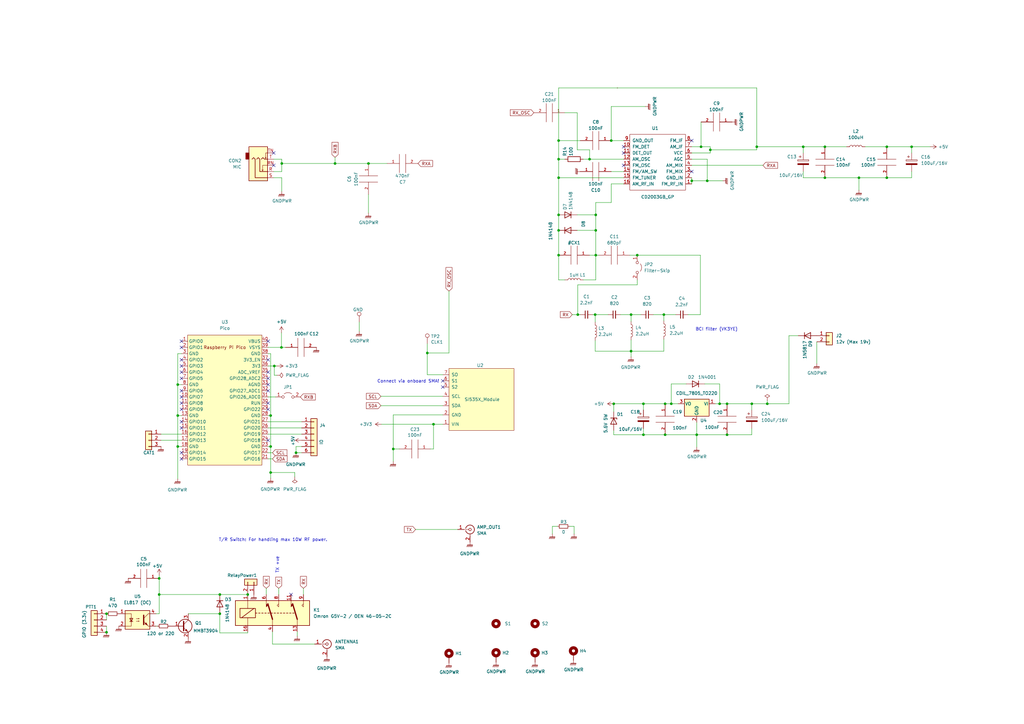
<source format=kicad_sch>
(kicad_sch (version 20211123) (generator eeschema)
  (paper "A3")
  (title_block (title "PDX RX Block - Pi Pico based DIGITAL MODES HF Transceiver") (date "2022-04-20") (rev "v0.01") (company "WB2CBA, VU3CER"))
  (junction (at 272.796 165.608))
  (junction (at 285.75 178.308))
  (junction (at 175.26 144.78))
  (junction (at 110.998 193.802))
  (junction (at 241.808 65.278))
  (junction (at 290.068 74.168))
  (junction (at 308.356 165.608))
  (junction (at 137.414 67.056))
  (junction (at 244.348 104.648))
  (junction (at 261.366 104.648))
  (junction (at 250.698 57.658))
  (junction (at 101.6 243.84))
  (junction (at 244.348 94.488))
  (junction (at 298.196 178.308))
  (junction (at 244.094 129.032))
  (junction (at 72.898 157.734))
  (junction (at 310.388 60.198))
  (junction (at 258.826 144.018))
  (junction (at 275.336 165.608))
  (junction (at 65.278 243.84))
  (junction (at 236.982 129.032))
  (junction (at 229.108 88.138))
  (junction (at 291.338 61.468))
  (junction (at 151.13 67.056))
  (junction (at 258.826 129.032))
  (junction (at 329.438 60.198))
  (junction (at 272.796 178.308))
  (junction (at 229.108 57.658))
  (junction (at 121.412 185.674))
  (junction (at 287.528 60.198))
  (junction (at 90.17 243.84))
  (junction (at 115.443 142.494))
  (junction (at 90.17 251.714))
  (junction (at 112.522 150.114))
  (junction (at 363.728 72.898))
  (junction (at 72.898 183.134))
  (junction (at 229.108 65.278))
  (junction (at 363.728 60.198))
  (junction (at 314.706 165.608))
  (junction (at 244.348 88.138))
  (junction (at 110.998 170.434))
  (junction (at 110.998 183.134))
  (junction (at 229.108 104.648))
  (junction (at 338.328 72.898))
  (junction (at 352.298 72.898))
  (junction (at 43.688 251.714))
  (junction (at 295.148 165.608))
  (junction (at 338.328 60.198))
  (junction (at 177.8 173.99))
  (junction (at 65.278 237.236))
  (junction (at 161.29 184.15))
  (junction (at 263.906 165.608))
  (junction (at 298.196 165.608))
  (junction (at 283.718 74.168))
  (junction (at 263.906 178.308))
  (junction (at 43.688 259.334))
  (junction (at 272.288 129.032))
  (junction (at 72.898 170.434))
  (junction (at 251.714 165.608))
  (junction (at 373.888 60.198))
  (junction (at 115.57 67.056))
  (junction (at 229.108 94.488))
  (junction (at 229.108 72.898))
  (no_connect (at 74.422 172.974))
  (no_connect (at 74.422 175.514))
  (no_connect (at 74.422 152.654))
  (no_connect (at 74.422 155.194))
  (no_connect (at 74.422 150.114))
  (no_connect (at 74.422 147.574))
  (no_connect (at 74.422 160.274))
  (no_connect (at 74.422 162.814))
  (no_connect (at 74.422 167.894))
  (no_connect (at 74.422 165.354))
  (no_connect (at 74.422 142.494))
  (no_connect (at 74.422 139.954))
  (no_connect (at 109.982 165.354))
  (no_connect (at 109.982 160.274))
  (no_connect (at 109.982 152.654))
  (no_connect (at 109.982 155.194))
  (no_connect (at 109.982 157.734))
  (no_connect (at 109.982 147.574))
  (no_connect (at 181.61 156.21))
  (no_connect (at 74.422 188.214))
  (no_connect (at 119.38 243.84))
  (no_connect (at 74.422 185.674))
  (no_connect (at 112.268 62.738))
  (no_connect (at 112.268 67.818))
  (no_connect (at 283.718 70.358))
  (no_connect (at 283.718 57.658))
  (no_connect (at 255.778 62.738))
  (no_connect (at 255.778 60.198))
  (no_connect (at 255.778 67.818))
  (no_connect (at 181.61 158.75))
  (no_connect (at 109.982 139.954))
  (no_connect (at 109.982 180.594))
  (no_connect (at 109.982 167.894))
  (wire (pts (xy 110.998 145.034) (xy 110.998 170.434)))
  (wire (pts (xy 111.76 264.16) (xy 129.032 264.16)))
  (wire (pts (xy 261.366 104.648) (xy 287.274 104.648)))
  (wire (pts (xy 43.688 251.714) (xy 43.688 254.254)))
  (wire (pts (xy 338.328 72.898) (xy 329.438 72.898)))
  (wire (pts (xy 72.898 157.734) (xy 72.898 170.434)))
  (wire (pts (xy 251.714 165.608) (xy 263.906 165.608)))
  (wire (pts (xy 112.268 65.278) (xy 115.57 65.278)))
  (wire (pts (xy 74.422 170.434) (xy 72.898 170.434)))
  (wire (pts (xy 282.194 129.032) (xy 287.274 129.032)))
  (wire (pts (xy 124.46 241.3) (xy 124.46 243.84)))
  (wire (pts (xy 310.388 60.198) (xy 310.388 61.468)))
  (wire (pts (xy 110.998 170.434) (xy 110.998 183.134)))
  (wire (pts (xy 229.108 104.648) (xy 229.108 94.488)))
  (wire (pts (xy 115.443 136.525) (xy 115.443 142.494)))
  (wire (pts (xy 109.982 183.134) (xy 110.998 183.134)))
  (wire (pts (xy 121.412 185.674) (xy 123.698 185.674)))
  (wire (pts (xy 289.052 157.48) (xy 295.148 157.48)))
  (wire (pts (xy 254.508 129.032) (xy 258.826 129.032)))
  (wire (pts (xy 250.698 83.058) (xy 250.698 75.438)))
  (wire (pts (xy 156.21 162.56) (xy 181.61 162.56)))
  (wire (pts (xy 115.57 72.898) (xy 115.57 78.486)))
  (wire (pts (xy 373.888 72.898) (xy 363.728 72.898)))
  (wire (pts (xy 310.388 61.468) (xy 291.338 61.468)))
  (wire (pts (xy 272.796 178.308) (xy 263.906 178.308)))
  (wire (pts (xy 363.728 60.198) (xy 354.838 60.198)))
  (wire (pts (xy 291.338 60.198) (xy 291.338 61.468)))
  (wire (pts (xy 373.888 60.198) (xy 373.888 62.738)))
  (wire (pts (xy 66.04 178.054) (xy 74.422 178.054)))
  (wire (pts (xy 121.412 183.134) (xy 123.698 183.134)))
  (wire (pts (xy 175.26 144.78) (xy 184.15 144.78)))
  (wire (pts (xy 314.706 164.338) (xy 314.706 165.608)))
  (wire (pts (xy 275.336 165.608) (xy 275.336 157.48)))
  (wire (pts (xy 65.278 235.966) (xy 65.278 237.236)))
  (wire (pts (xy 64.008 251.714) (xy 65.278 251.714)))
  (wire (pts (xy 231.648 114.808) (xy 229.108 114.808)))
  (wire (pts (xy 323.596 137.668) (xy 323.596 165.608)))
  (wire (pts (xy 244.094 139.7) (xy 244.094 144.018)))
  (wire (pts (xy 109.982 175.514) (xy 123.698 175.514)))
  (wire (pts (xy 234.696 129.032) (xy 236.982 129.032)))
  (wire (pts (xy 285.75 178.308) (xy 298.196 178.308)))
  (wire (pts (xy 170.434 217.17) (xy 187.706 217.17)))
  (wire (pts (xy 244.348 104.648) (xy 245.618 104.648)))
  (wire (pts (xy 314.706 165.608) (xy 323.596 165.608)))
  (wire (pts (xy 261.366 116.84) (xy 261.366 114.808)))
  (wire (pts (xy 65.278 243.84) (xy 90.17 243.84)))
  (wire (pts (xy 290.068 65.278) (xy 290.068 74.168)))
  (wire (pts (xy 250.698 43.688) (xy 264.668 43.688)))
  (wire (pts (xy 283.718 62.738) (xy 291.338 62.738)))
  (wire (pts (xy 110.998 183.134) (xy 110.998 193.802)))
  (wire (pts (xy 244.094 132.08) (xy 244.094 129.032)))
  (wire (pts (xy 347.218 60.198) (xy 338.328 60.198)))
  (wire (pts (xy 250.698 70.358) (xy 255.778 70.358)))
  (wire (pts (xy 244.348 94.488) (xy 244.348 88.138)))
  (wire (pts (xy 72.898 170.434) (xy 72.898 183.134)))
  (wire (pts (xy 287.274 104.648) (xy 287.274 129.032)))
  (wire (pts (xy 90.17 251.714) (xy 90.17 251.46)))
  (wire (pts (xy 175.26 144.78) (xy 175.26 153.67)))
  (wire (pts (xy 283.718 60.198) (xy 287.528 60.198)))
  (wire (pts (xy 263.906 165.608) (xy 272.796 165.608)))
  (wire (pts (xy 308.356 175.768) (xy 308.356 178.308)))
  (wire (pts (xy 285.75 183.388) (xy 285.75 178.308)))
  (wire (pts (xy 275.336 157.48) (xy 281.432 157.48)))
  (wire (pts (xy 285.75 178.308) (xy 272.796 178.308)))
  (wire (pts (xy 298.196 165.608) (xy 308.356 165.608)))
  (wire (pts (xy 147.32 132.08) (xy 147.32 135.89)))
  (wire (pts (xy 175.26 140.97) (xy 175.26 144.78)))
  (wire (pts (xy 65.278 237.236) (xy 65.278 243.84)))
  (wire (pts (xy 285.75 173.228) (xy 285.75 178.308)))
  (wire (pts (xy 72.898 183.134) (xy 72.898 196.342)))
  (wire (pts (xy 308.356 165.608) (xy 314.706 165.608)))
  (wire (pts (xy 43.688 256.794) (xy 43.688 259.334)))
  (wire (pts (xy 101.6 259.08) (xy 101.6 259.588)))
  (wire (pts (xy 64.008 256.794) (xy 64.516 256.794)))
  (wire (pts (xy 329.438 60.198) (xy 329.438 62.738)))
  (wire (pts (xy 236.982 116.84) (xy 261.366 116.84)))
  (wire (pts (xy 151.13 79.756) (xy 151.13 87.376)))
  (wire (pts (xy 137.414 64.516) (xy 137.414 67.056)))
  (wire (pts (xy 161.29 170.18) (xy 161.29 184.15)))
  (wire (pts (xy 296.418 74.168) (xy 290.068 74.168)))
  (wire (pts (xy 272.288 129.032) (xy 272.288 131.572)))
  (wire (pts (xy 156.464 173.99) (xy 177.8 173.99)))
  (wire (pts (xy 275.336 165.608) (xy 278.13 165.608)))
  (wire (pts (xy 244.348 88.138) (xy 244.348 83.058)))
  (wire (pts (xy 236.728 94.488) (xy 244.348 94.488)))
  (wire (pts (xy 65.278 251.714) (xy 65.278 243.84)))
  (wire (pts (xy 241.808 104.648) (xy 244.348 104.648)))
  (wire (pts (xy 236.982 129.032) (xy 236.982 116.84)))
  (wire (pts (xy 250.698 57.658) (xy 250.698 43.688)))
  (wire (pts (xy 229.108 88.138) (xy 229.108 72.898)))
  (wire (pts (xy 251.714 168.91) (xy 251.714 165.608)))
  (wire (pts (xy 112.522 150.114) (xy 113.538 150.114)))
  (wire (pts (xy 109.982 170.434) (xy 110.998 170.434)))
  (wire (pts (xy 258.826 129.032) (xy 258.826 131.826)))
  (wire (pts (xy 236.728 46.228) (xy 236.728 61.468)))
  (wire (pts (xy 310.388 60.198) (xy 329.438 60.198)))
  (wire (pts (xy 114.3 241.3) (xy 114.3 243.84)))
  (wire (pts (xy 120.904 193.802) (xy 120.904 195.58)))
  (wire (pts (xy 121.412 183.134) (xy 121.412 185.674)))
  (wire (pts (xy 272.288 144.018) (xy 258.826 144.018)))
  (wire (pts (xy 90.17 259.588) (xy 101.6 259.588)))
  (wire (pts (xy 72.898 145.034) (xy 72.898 157.734)))
  (wire (pts (xy 258.826 129.032) (xy 262.89 129.032)))
  (wire (pts (xy 156.21 166.37) (xy 181.61 166.37)))
  (wire (pts (xy 109.982 172.974) (xy 123.698 172.974)))
  (wire (pts (xy 161.29 170.18) (xy 181.61 170.18)))
  (wire (pts (xy 231.648 46.228) (xy 236.728 46.228)))
  (wire (pts (xy 373.888 60.198) (xy 381.508 60.198)))
  (wire (pts (xy 231.648 65.278) (xy 229.108 65.278)))
  (wire (pts (xy 272.796 165.608) (xy 275.336 165.608)))
  (wire (pts (xy 72.898 183.134) (xy 74.422 183.134)))
  (wire (pts (xy 243.078 129.032) (xy 244.094 129.032)))
  (wire (pts (xy 258.318 104.648) (xy 261.366 104.648)))
  (wire (pts (xy 293.37 165.608) (xy 295.148 165.608)))
  (wire (pts (xy 77.216 251.714) (xy 90.17 251.714)))
  (wire (pts (xy 244.348 104.648) (xy 244.348 114.808)))
  (wire (pts (xy 137.414 67.056) (xy 151.13 67.056)))
  (wire (pts (xy 244.348 83.058) (xy 250.698 83.058)))
  (wire (pts (xy 283.718 67.818) (xy 312.928 67.818)))
  (wire (pts (xy 111.76 259.08) (xy 111.76 264.16)))
  (wire (pts (xy 329.438 72.898) (xy 329.438 70.358)))
  (wire (pts (xy 72.898 145.034) (xy 74.422 145.034)))
  (wire (pts (xy 272.288 139.192) (xy 272.288 144.018)))
  (wire (pts (xy 244.094 129.032) (xy 249.428 129.032)))
  (wire (pts (xy 291.338 61.468) (xy 291.338 62.738)))
  (wire (pts (xy 272.288 129.032) (xy 277.114 129.032)))
  (wire (pts (xy 110.998 193.802) (xy 110.998 196.088)))
  (wire (pts (xy 151.13 67.056) (xy 158.75 67.056)))
  (wire (pts (xy 112.268 70.358) (xy 115.57 70.358)))
  (wire (pts (xy 251.714 178.308) (xy 263.906 178.308)))
  (wire (pts (xy 181.61 153.67) (xy 175.26 153.67)))
  (wire (pts (xy 236.728 61.468) (xy 241.808 61.468)))
  (wire (pts (xy 90.17 243.84) (xy 101.6 243.84)))
  (wire (pts (xy 229.108 72.898) (xy 255.778 72.898)))
  (wire (pts (xy 109.22 241.3) (xy 109.22 243.84)))
  (wire (pts (xy 295.148 157.48) (xy 295.148 165.608)))
  (wire (pts (xy 112.268 72.898) (xy 115.57 72.898)))
  (wire (pts (xy 109.982 188.214) (xy 111.76 188.214)))
  (wire (pts (xy 109.982 150.114) (xy 112.522 150.114)))
  (wire (pts (xy 263.906 178.308) (xy 263.906 175.768)))
  (wire (pts (xy 74.422 157.734) (xy 72.898 157.734)))
  (wire (pts (xy 244.348 104.648) (xy 244.348 94.488)))
  (wire (pts (xy 239.268 114.808) (xy 244.348 114.808)))
  (wire (pts (xy 110.998 193.802) (xy 120.904 193.802)))
  (wire (pts (xy 295.148 165.608) (xy 298.196 165.608)))
  (wire (pts (xy 283.718 75.438) (xy 283.718 74.168)))
  (wire (pts (xy 229.108 36.068) (xy 310.388 36.068)))
  (wire (pts (xy 250.698 75.438) (xy 255.778 75.438)))
  (wire (pts (xy 373.888 70.358) (xy 373.888 72.898)))
  (wire (pts (xy 226.568 215.9) (xy 228.6 215.9)))
  (wire (pts (xy 283.718 65.278) (xy 290.068 65.278)))
  (wire (pts (xy 233.68 215.9) (xy 235.458 215.9)))
  (wire (pts (xy 363.728 60.198) (xy 373.888 60.198)))
  (wire (pts (xy 115.57 65.278) (xy 115.57 67.056)))
  (wire (pts (xy 177.8 173.99) (xy 181.61 173.99)))
  (wire (pts (xy 235.458 215.9) (xy 235.458 218.948)))
  (wire (pts (xy 236.728 88.138) (xy 244.348 88.138)))
  (wire (pts (xy 267.97 129.032) (xy 272.288 129.032)))
  (wire (pts (xy 229.108 57.658) (xy 229.108 36.068)))
  (wire (pts (xy 121.92 259.08) (xy 121.92 260.858)))
  (wire (pts (xy 258.826 144.018) (xy 258.826 139.446)))
  (wire (pts (xy 229.108 57.658) (xy 237.998 57.658)))
  (wire (pts (xy 308.356 178.308) (xy 298.196 178.308)))
  (wire (pts (xy 283.718 74.168) (xy 283.718 72.898)))
  (wire (pts (xy 176.53 184.15) (xy 177.8 184.15)))
  (wire (pts (xy 109.982 178.054) (xy 123.698 178.054)))
  (wire (pts (xy 229.108 94.488) (xy 229.108 88.138)))
  (wire (pts (xy 363.728 72.898) (xy 352.298 72.898)))
  (wire (pts (xy 239.268 65.278) (xy 241.808 65.278)))
  (wire (pts (xy 308.356 168.148) (xy 308.356 165.608)))
  (wire (pts (xy 163.83 184.15) (xy 161.29 184.15)))
  (wire (pts (xy 241.808 65.278) (xy 255.778 65.278)))
  (wire (pts (xy 161.29 184.15) (xy 161.29 189.23)))
  (wire (pts (xy 323.596 137.668) (xy 327.406 137.668)))
  (wire (pts (xy 112.522 150.114) (xy 112.522 153.924)))
  (wire (pts (xy 229.108 104.648) (xy 229.108 114.808)))
  (wire (pts (xy 352.298 72.898) (xy 338.328 72.898)))
  (wire (pts (xy 258.826 144.018) (xy 258.826 146.304)))
  (wire (pts (xy 229.108 65.278) (xy 229.108 57.658)))
  (wire (pts (xy 90.17 251.714) (xy 90.17 259.588)))
  (wire (pts (xy 66.04 180.594) (xy 74.422 180.594)))
  (wire (pts (xy 241.808 61.468) (xy 241.808 65.278)))
  (wire (pts (xy 226.568 218.948) (xy 226.568 215.9)))
  (wire (pts (xy 290.068 74.168) (xy 283.718 74.168)))
  (wire (pts (xy 109.982 145.034) (xy 110.998 145.034)))
  (wire (pts (xy 115.443 142.494) (xy 117.094 142.494)))
  (wire (pts (xy 177.8 184.15) (xy 177.8 173.99)))
  (wire (pts (xy 263.906 168.148) (xy 263.906 165.608)))
  (wire (pts (xy 329.438 60.198) (xy 338.328 60.198)))
  (wire (pts (xy 244.094 144.018) (xy 258.826 144.018)))
  (wire (pts (xy 184.15 144.78) (xy 184.15 119.38)))
  (wire (pts (xy 250.698 57.658) (xy 255.778 57.658)))
  (wire (pts (xy 115.57 67.056) (xy 115.57 70.358)))
  (wire (pts (xy 112.522 153.924) (xy 113.538 153.924)))
  (wire (pts (xy 251.714 176.53) (xy 251.714 178.308)))
  (wire (pts (xy 287.528 50.038) (xy 287.528 60.198)))
  (wire (pts (xy 335.026 140.208) (xy 335.026 149.098)))
  (wire (pts (xy 236.982 129.032) (xy 237.998 129.032)))
  (wire (pts (xy 310.388 36.068) (xy 310.388 60.198)))
  (wire (pts (xy 109.982 162.814) (xy 113.03 162.814)))
  (wire (pts (xy 291.338 60.198) (xy 287.528 60.198)))
  (wire (pts (xy 229.108 72.898) (xy 229.108 65.278)))
  (wire (pts (xy 352.298 77.978) (xy 352.298 72.898)))
  (wire (pts (xy 109.982 185.674) (xy 111.76 185.674)))
  (wire (pts (xy 115.57 67.056) (xy 137.414 67.056)))
  (wire (pts (xy 109.982 142.494) (xy 115.443 142.494)))
  (text "Connect via onboard SMA!" (at 154.686 157.226 0) (effects (font (size 1.27 1.27)) (justify left bottom)))
  (text "BCI filter (VK3YE)" (at 285.242 135.89 0) (effects (font (size 1.27 1.27)) (justify left bottom)))
  (text "T/R Switch: For handling max 10W RF power." (at 89.662 222.25 0) (effects (font (size 1.27 1.27)) (justify left bottom)))
  (text "TX +ve" (at 114.554 235.204 90) (effects (font (size 1.27 1.27)) (justify left bottom)))
  (global_label "TX" (shape input) (at 114.3 241.3 90) (property "Intersheet References" "${INTERSHEET_REFS}" (effects hide)))
  (global_label "SCL" (shape input) (at 156.21 162.56 180) (property "Intersheet References" "${INTERSHEET_REFS}" (effects hide)))
  (global_label "RXB" (shape input) (at 137.414 64.516 90) (property "Intersheet References" "${INTERSHEET_REFS}" (effects hide)))
  (global_label "RX" (shape input) (at 109.22 241.3 90) (property "Intersheet References" "${INTERSHEET_REFS}" (effects hide)))
  (global_label "RXA" (shape input) (at 312.928 67.818 0) (property "Intersheet References" "${INTERSHEET_REFS}" (effects hide)))
  (global_label "RX" (shape input) (at 124.46 241.3 90) (property "Intersheet References" "${INTERSHEET_REFS}" (effects hide)))
  (global_label "RX_OSC" (shape input) (at 184.15 119.38 90) (property "Intersheet References" "${INTERSHEET_REFS}" (effects hide)))
  (global_label "RX" (shape input) (at 234.696 129.032 180) (property "Intersheet References" "${INTERSHEET_REFS}" (effects hide)))
  (global_label "RX_OSC" (shape input) (at 218.948 46.228 180) (property "Intersheet References" "${INTERSHEET_REFS}" (effects hide)))
  (global_label "SDA" (shape input) (at 111.76 188.214 0) (property "Intersheet References" "${INTERSHEET_REFS}" (effects hide)))
  (global_label "RXA" (shape input) (at 171.45 67.056 0) (property "Intersheet References" "${INTERSHEET_REFS}" (effects hide)))
  (global_label "SCL" (shape input) (at 111.76 185.674 0) (property "Intersheet References" "${INTERSHEET_REFS}" (effects hide)))
  (global_label "RXB" (shape input) (at 123.19 162.814 0) (property "Intersheet References" "${INTERSHEET_REFS}" (effects hide)))
  (global_label "TX" (shape input) (at 170.434 217.17 180) (property "Intersheet References" "${INTERSHEET_REFS}" (effects hide)))
  (global_label "SDA" (shape input) (at 156.21 166.37 180) (property "Intersheet References" "${INTERSHEET_REFS}" (effects hide)))
  (symbol (lib_id "ADX-rescue:SI535X_Module-VFO-ESP-WSPR-PCB-TTL-PA_FINAL-rescue-DIGI_UNO_TX-rescue-DTX-rescue") (at 196.85 163.83 0) (unit 1)
    (property "Reference" "U2" (at 195.58 149.86 0) (effects (justify left)))
    (property "Value" "SI535X_Module" (at 190.5 163.83 0) (effects (justify left)))
    (property "Footprint" "Connector_PinSocket_2.54mm:PinSocket_1x07_P2.54mm_Vertical" (effects hide))
  )
  (symbol (lib_id "power:GNDPWR") (at 161.29 189.23 0) (unit 1)
    (property "Reference" "#PWR0108" (effects hide))
    (property "Value" "GNDPWR" (effects hide))
  )
  (symbol (lib_id "pspice:CAP") (at 170.18 184.15 270) (unit 1)
    (property "Reference" "C23" (at 170.18 176.149 90))
    (property "Value" "100nF" (at 170.18 178.4604 90))
    (property "Footprint" "Capacitor_SMD:C_1206_3216Metric_Pad1.33x1.80mm_HandSolder" (effects hide))
  )
  (symbol (lib_id "Connector:TestPoint") (at 175.26 140.97 0) (unit 1)
    (property "Reference" "TP2" (at 176.7332 137.9728 0) (effects (justify left)))
    (property "Value" "CLK1" (at 176.7332 140.2842 0) (effects (justify left)))
    (property "Footprint" "Connector_PinHeader_2.54mm:PinHeader_1x01_P2.54mm_Vertical" (effects hide))
  )
  (symbol (lib_id "Device:D") (at 331.216 137.668 0) (unit 1)
    (property "Reference" "D9" (at 332.3844 139.6746 90) (effects (justify right)))
    (property "Value" "1N5817" (at 330.073 139.6746 90) (effects (justify right)))
    (property "Footprint" "Diode_THT:D_A-405_P2.54mm_Vertical_KathodeUp" (effects hide))
  )
  (symbol (lib_id "Mechanical:MountingHole_Pad") (at 184.15 269.24 0) (unit 1)
    (property "Reference" "H1" (at 186.69 267.9954 0) (effects (justify left)))
    (property "Value" "MountingHole_Pad" (effects hide))
    (property "Footprint" "MountingHole:MountingHole_3.2mm_M3_ISO7380_Pad" (effects hide))
  )
  (symbol (lib_id "Mechanical:MountingHole_Pad") (at 203.454 268.986 0) (unit 1)
    (property "Reference" "H2" (at 205.994 267.7414 0) (effects (justify left)))
    (property "Value" "MountingHole_Pad" (effects hide))
    (property "Footprint" "MountingHole:MountingHole_3.2mm_M3_ISO7380_Pad" (effects hide))
  )
  (symbol (lib_id "Mechanical:MountingHole_Pad") (at 219.456 268.986 0) (unit 1)
    (property "Reference" "H3" (at 221.996 267.7414 0) (effects (justify left)))
    (property "Value" "MountingHole_Pad" (effects hide))
    (property "Footprint" "MountingHole:MountingHole_3.2mm_M3_ISO7380_Pad" (effects hide))
  )
  (symbol (lib_id "Mechanical:MountingHole_Pad") (at 235.204 268.224 0) (unit 1)
    (property "Reference" "H4" (at 237.744 266.9794 0) (effects (justify left)))
    (property "Value" "MountingHole_Pad" (effects hide))
    (property "Footprint" "MountingHole:MountingHole_3.2mm_M3_ISO7380_Pad" (effects hide))
  )
  (symbol (lib_id "power:GNDPWR") (at 184.15 271.78 0) (unit 1)
    (property "Reference" "#PWR0133" (effects hide))
    (property "Value" "GNDPWR" (at 184.2516 275.6916 0))
  )
  (symbol (lib_id "power:GNDPWR") (at 203.454 271.526 0) (unit 1)
    (property "Reference" "#PWR0141" (effects hide))
    (property "Value" "GNDPWR" (at 203.5556 275.4376 0))
  )
  (symbol (lib_id "power:GNDPWR") (at 219.456 271.526 0) (unit 1)
    (property "Reference" "#PWR0142" (effects hide))
    (property "Value" "GNDPWR" (at 219.5576 275.4376 0))
  )
  (symbol (lib_id "power:GNDPWR") (at 235.204 270.764 0) (unit 1)
    (property "Reference" "#PWR0143" (effects hide))
    (property "Value" "GNDPWR" (at 235.3056 274.6756 0))
  )
  (symbol (lib_id "Connector:TestPoint") (at 147.32 132.08 0) (unit 1)
    (property "Reference" "TP7" (effects hide))
    (property "Value" "GND" (at 144.78 127 0) (effects (justify left)))
    (property "Footprint" "Connector_PinHeader_2.54mm:PinHeader_1x01_P2.54mm_Vertical" (effects hide))
  )
  (symbol (lib_id "power:GNDPWR") (at 147.32 135.89 0) (unit 1)
    (property "Reference" "#PWR0125" (effects hide))
    (property "Value" "GNDPWR" (at 147.4216 139.8016 0))
  )
  (symbol (lib_id "pspice:CAP") (at 298.196 171.958 0) (mirror y) (unit 1)
    (property "Reference" "C20" (at 296.418 169.164 0) (effects (justify left)))
    (property "Value" "100nF" (at 295.148 175.26 0) (effects (justify left)))
    (property "Footprint" "Capacitor_SMD:C_1206_3216Metric_Pad1.33x1.80mm_HandSolder" (effects hide))
  )
  (symbol (lib_id "pspice:CAP") (at 272.796 171.958 0) (unit 1)
    (property "Reference" "C19" (at 275.844 168.91 0) (effects (justify left)))
    (property "Value" "100nF" (at 275.844 175.514 0) (effects (justify left)))
    (property "Footprint" "Capacitor_SMD:C_1206_3216Metric_Pad1.33x1.80mm_HandSolder" (effects hide))
  )
  (symbol (lib_id "power:GNDPWR") (at 285.75 183.388 0) (unit 1)
    (property "Reference" "#PWR0147" (effects hide))
    (property "Value" "GNDPWR" (at 285.8516 187.2996 0))
  )
  (symbol (lib_id "power:GNDPWR") (at 151.13 87.376 0) (unit 1)
    (property "Reference" "#PWR0127" (effects hide))
    (property "Value" "GNDPWR" (at 151.2316 91.2876 0))
  )
  (symbol (lib_id "pspice:CAP") (at 151.13 73.406 0) (unit 1)
    (property "Reference" "C6" (at 143.256 73.406 90))
    (property "Value" "100nF" (at 146.05 73.406 90))
    (property "Footprint" "Capacitor_SMD:C_1206_3216Metric_Pad1.33x1.80mm_HandSolder" (effects hide))
  )
  (symbol (lib_id "pspice:CAP") (at 165.1 67.056 90) (unit 1)
    (property "Reference" "C7" (at 165.1 74.676 90))
    (property "Value" "470nF" (at 165.1 72.136 90))
    (property "Footprint" "Capacitor_SMD:C_1206_3216Metric_Pad1.33x1.80mm_HandSolder" (effects hide))
  )
  (symbol (lib_id "power:GNDPWR") (at 296.418 74.168 90) (unit 1)
    (property "Reference" "#PWR0129" (effects hide))
    (property "Value" "GNDPWR" (at 300.3296 74.0664 0))
  )
  (symbol (lib_id "power:GNDPWR") (at 237.998 70.358 270) (unit 1)
    (property "Reference" "#PWR0131" (effects hide))
    (property "Value" "GNDPWR" (effects hide))
  )
  (symbol (lib_id "power:GNDPWR") (at 264.668 43.688 90) (unit 1)
    (property "Reference" "#PWR0132" (effects hide))
    (property "Value" "GNDPWR" (at 268.5796 43.5864 0))
  )
  (symbol (lib_id "pspice:CAP") (at 244.348 57.658 270) (unit 1)
    (property "Reference" "C8" (at 244.348 50.038 90))
    (property "Value" "100nF" (at 244.348 52.578 90))
    (property "Footprint" "Capacitor_SMD:C_1206_3216Metric_Pad1.33x1.80mm_HandSolder" (effects hide))
  )
  (symbol (lib_id "pspice:CAP") (at 363.728 66.548 0) (mirror y) (unit 1)
    (property "Reference" "C15" (at 359.2068 65.3796 0) (effects (justify left)))
    (property "Value" "100nF" (at 359.2068 67.691 0) (effects (justify left)))
    (property "Footprint" "Capacitor_SMD:C_1206_3216Metric_Pad1.33x1.80mm_HandSolder" (effects hide))
  )
  (symbol (lib_id "pspice:CAP") (at 338.328 66.548 0) (unit 1)
    (property "Reference" "C14" (at 342.8492 65.3796 0) (effects (justify left)))
    (property "Value" "100nF" (at 342.8492 67.691 0) (effects (justify left)))
    (property "Footprint" "Capacitor_SMD:C_1206_3216Metric_Pad1.33x1.80mm_HandSolder" (effects hide))
  )
  (symbol (lib_id "Device:R") (at 235.458 65.278 270) (unit 1)
    (property "Reference" "R14" (at 231.648 60.198 0) (effects (justify left)))
    (property "Value" "100" (at 234.188 60.198 0) (effects (justify left)))
    (property "Footprint" "Resistor_SMD:R_1206_3216Metric_Pad1.30x1.75mm_HandSolder" (effects hide))
  )
  (symbol (lib_id "pspice:CAP") (at 244.348 70.358 90) (unit 1)
    (property "Reference" "C10" (at 244.348 77.978 90))
    (property "Value" "100nF" (at 244.348 75.438 90))
    (property "Footprint" "Capacitor_SMD:C_1206_3216Metric_Pad1.33x1.80mm_HandSolder" (effects hide))
  )
  (symbol (lib_id "power:GNDPWR") (at 352.298 77.978 0) (unit 1)
    (property "Reference" "#PWR0130" (effects hide))
    (property "Value" "GNDPWR" (at 352.3996 81.8896 0))
  )
  (symbol (lib_id "pspice:CAP") (at 225.298 46.228 270) (unit 1)
    (property "Reference" "C21" (at 225.298 38.608 90))
    (property "Value" "100nF" (at 225.298 41.148 90))
    (property "Footprint" "Capacitor_SMD:C_1206_3216Metric_Pad1.33x1.80mm_HandSolder" (effects hide))
  )
  (symbol (lib_id "Device:D") (at 232.918 88.138 180) (unit 1)
    (property "Reference" "D7" (at 231.7496 86.1314 90) (effects (justify right)))
    (property "Value" "1N4148" (at 234.061 86.1314 90) (effects (justify right)))
    (property "Footprint" "Diode_THT:D_DO-35_SOD27_P2.54mm_Vertical_KathodeUp" (effects hide))
  )
  (symbol (lib_id "Device:D") (at 232.918 94.488 0) (unit 1)
    (property "Reference" "D8" (at 239.268 93.218 90) (effects (justify left)))
    (property "Value" "1N4148" (at 225.806 98.552 90) (effects (justify left)))
    (property "Footprint" "Diode_THT:D_DO-35_SOD27_P2.54mm_Vertical_KathodeUp" (effects hide))
  )
  (symbol (lib_id "pspice:CAP") (at 235.458 104.648 270) (unit 1)
    (property "Reference" "#CX1" (at 235.458 99.568 90))
    (property "Value" "  " (at 235.458 99.568 90))
    (property "Footprint" "Capacitor_THT:C_Disc_D3.0mm_W1.6mm_P2.50mm" (effects hide))
  )
  (symbol (lib_id "pspice:CAP") (at 251.968 104.648 270) (unit 1)
    (property "Reference" "C11" (at 251.968 97.028 90))
    (property "Value" "680pF" (at 251.968 99.568 90))
    (property "Footprint" "Capacitor_SMD:C_1206_3216Metric_Pad1.33x1.80mm_HandSolder" (effects hide))
  )
  (symbol (lib_id "pspice:CAP") (at 293.878 50.038 270) (unit 1)
    (property "Reference" "C9" (at 293.878 42.418 90))
    (property "Value" "100nF" (at 293.878 44.958 90))
    (property "Footprint" "Capacitor_SMD:C_1206_3216Metric_Pad1.33x1.80mm_HandSolder" (effects hide))
  )
  (symbol (lib_id "power:GNDPWR") (at 300.228 50.038 90) (unit 1)
    (property "Reference" "#PWR0134" (effects hide))
    (property "Value" "GNDPWR" (at 304.1396 49.9364 0))
  )
  (symbol (lib_id "power:GNDPWR") (at 335.026 149.098 0) (unit 1)
    (property "Reference" "#PWR0145" (effects hide))
    (property "Value" "GNDPWR" (at 335.1276 153.0096 0))
  )
  (symbol (lib_id "power:GNDPWR") (at 115.57 78.486 0) (unit 1)
    (property "Reference" "#PWR0128" (effects hide))
    (property "Value" "GNDPWR" (at 115.6716 82.3976 0))
  )
  (symbol (lib_id "power:PWR_FLAG") (at 120.904 195.58 180) (unit 1)
    (property "Reference" "#FLG02" (effects hide))
    (property "Value" "PWR_FLAG" (at 120.904 200.66 0))
  )
  (symbol (lib_id "Connector_Generic:Conn_01x02") (at 340.106 137.668 0) (unit 1)
    (property "Reference" "J2" (at 342.9 137.6679 0) (effects (justify left)))
    (property "Value" "12v (Max 19v)" (at 342.9 140.2079 0) (effects (justify left)))
    (property "Footprint" "Connector_PinHeader_2.54mm:PinHeader_1x02_P2.54mm_Vertical" (effects hide))
  )
  (symbol (lib_id "Diode:1N4148") (at 90.17 247.65 270) (unit 1)
    (property "Reference" "D3" (at 92.202 245.872 90) (effects (justify left)))
    (property "Value" "1N4148" (at 93.218 247.65 0) (effects (justify left)))
    (property "Footprint" "Diode_THT:D_DO-35_SOD27_P2.54mm_Vertical_KathodeUp" (effects hide))
    (property "Datasheet" "https://assets.nexperia.com/documents/data-sheet/1N4148_1N4448.pdf" (effects hide))
  )
  (symbol (lib_id "Connector:Conn_Coaxial") (at 134.112 264.16 0) (unit 1)
    (property "Reference" "ANTENNA1" (at 137.414 263.1831 0) (effects (justify left)))
    (property "Value" "SMA" (at 137.414 265.7231 0) (effects (justify left)))
    (property "Footprint" "Connector_Coaxial:SMA_Amphenol_901-144_Vertical" (effects hide))
    (property "Datasheet" " ~" (effects hide))
  )
  (symbol (lib_id "Device:C_Polarized") (at 308.356 171.958 0) (unit 1)
    (property "Reference" "C24" (at 312.166 169.7989 0) (effects (justify left)))
    (property "Value" "100uF/16V" (at 312.166 172.3389 0) (effects (justify left)))
    (property "Footprint" "Capacitor_THT:CP_Radial_D4.0mm_P2.00mm" (effects hide))
  )
  (symbol (lib_id "power:GNDPWR") (at 52.578 237.236 0) (unit 1)
    (property "Reference" "#PWR09" (effects hide))
    (property "Value" "GNDPWR" (effects hide))
  )
  (symbol (lib_id "Diode:1N4001") (at 285.242 157.48 180) (unit 1)
    (property "Reference" "D2" (at 283.464 154.686 0))
    (property "Value" "1N4001" (at 290.068 154.686 0))
    (property "Footprint" "Diode_SMD:D_SMA_Handsoldering" (effects hide))
    (property "Datasheet" "http://www.vishay.com/docs/88503/1n4001.pdf" (effects hide))
  )
  (symbol (lib_id "power:+5V") (at 115.443 136.525 0) (unit 1)
    (property "Reference" "#PWR04" (effects hide))
    (property "Value" "+5V" (at 115.443 131.953 0))
  )
  (symbol (lib_id "Device:C_Small") (at 251.968 129.032 90) (unit 1)
    (property "Reference" "C2" (at 251.9743 121.92 90))
    (property "Value" "820" (at 251.9743 124.46 90))
    (property "Footprint" "Capacitor_SMD:C_1206_3216Metric_Pad1.33x1.80mm_HandSolder" (effects hide))
  )
  (symbol (lib_id "power:PWR_FLAG") (at 314.706 164.338 0) (unit 1)
    (property "Reference" "#FLG01" (effects hide))
    (property "Value" "PWR_FLAG" (at 314.706 158.75 0))
  )
  (symbol (lib_id "power:GNDPWR") (at 121.412 185.674 0) (unit 1)
    (property "Reference" "#PWR0102" (effects hide))
    (property "Value" "GNDPWR" (at 121.285 190.5 0))
  )
  (symbol (lib_id "Connector_Generic:Conn_01x03") (at 60.96 180.594 0) (mirror y) (unit 1)
    (property "Reference" "CAT1" (at 63.5 185.674 0) (effects (justify left)))
    (property "Value" "CAT" (effects hide))
    (property "Footprint" "Connector_PinHeader_2.54mm:PinHeader_1x03_P2.54mm_Vertical" (effects hide))
  )
  (symbol (lib_id "Device:C_Polarized") (at 263.906 171.958 0) (unit 1)
    (property "Reference" "C18" (at 258.572 168.91 0) (effects (justify left)))
    (property "Value" "10uF/16V" (at 253.746 176.022 0) (effects (justify left)))
    (property "Footprint" "Capacitor_THT:CP_Radial_D4.0mm_P2.00mm" (effects hide))
  )
  (symbol (lib_id "power:+5V") (at 381.508 60.198 270) (unit 1)
    (property "Reference" "#PWR0104" (effects hide))
    (property "Value" "+5V" (at 384.81 60.1979 90) (effects (justify left)))
  )
  (symbol (lib_id "power:+5V") (at 251.714 165.608 90) (unit 1)
    (property "Reference" "#PWR05" (effects hide))
    (property "Value" "+5V" (at 247.65 165.6079 90) (effects (justify left)))
  )
  (symbol (lib_id "Device:L") (at 258.826 135.636 0) (unit 1)
    (property "Reference" "L4" (at 260.604 134.3659 0) (effects (justify left)))
    (property "Value" "2.2uH" (at 260.604 136.9059 0) (effects (justify left)))
    (property "Footprint" "Inductor_THT:L_Axial_L5.3mm_D2.2mm_P2.54mm_Vertical_Vishay_IM-1" (effects hide))
  )
  (symbol (lib_id "Connector_Generic:Conn_01x06") (at 128.778 178.054 0) (unit 1)
    (property "Reference" "J4" (at 131.064 174.498 0) (effects (justify left)))
    (property "Value" "IO" (at 131.826 182.372 90) (effects (justify left)))
    (property "Footprint" "Connector_PinHeader_2.54mm:PinHeader_1x06_P2.54mm_Vertical" (effects hide))
  )
  (symbol (lib_id "power:GNDPWR") (at 235.458 218.948 0) (unit 1)
    (property "Reference" "#PWR016" (effects hide))
    (property "Value" "GNDPWR" (effects hide))
  )
  (symbol (lib_id "power:GNDPWR") (at 66.04 183.134 0) (unit 1)
    (property "Reference" "#PWR0106" (effects hide))
    (property "Value" "GNDPWR" (effects hide))
  )
  (symbol (lib_id "pspice:CAP") (at 123.444 142.494 90) (unit 1)
    (property "Reference" "C12" (at 128.778 136.906 90))
    (property "Value" "100nF" (at 123.698 136.906 90))
    (property "Footprint" "Capacitor_SMD:C_1206_3216Metric_Pad1.33x1.80mm_HandSolder" (effects hide))
  )
  (symbol (lib_id "pspice:CAP") (at 58.928 237.236 270) (unit 1)
    (property "Reference" "C5" (at 58.928 229.235 90))
    (property "Value" "100nF" (at 58.928 231.5464 90))
    (property "Footprint" "Capacitor_SMD:C_1206_3216Metric_Pad1.33x1.80mm_HandSolder" (effects hide))
  )
  (symbol (lib_id "power:GNDPWR") (at 77.216 261.874 0) (unit 1)
    (property "Reference" "#PWR011" (effects hide))
    (property "Value" "GNDPWR" (effects hide))
  )
  (symbol (lib_id "power:GNDPWR") (at 226.568 218.948 0) (unit 1)
    (property "Reference" "#PWR015" (effects hide))
    (property "Value" "GNDPWR" (effects hide))
  )
  (symbol (lib_id "Device:L") (at 235.458 114.808 90) (unit 1)
    (property "Reference" "L1" (at 239.014 112.776 90))
    (property "Value" "1uH" (at 235.458 112.776 90))
    (property "Footprint" "Inductor_THT:L_Axial_L5.3mm_D2.2mm_P2.54mm_Vertical_Vishay_IM-1" (effects hide))
  )
  (symbol (lib_id "power:+3.3V") (at 113.538 150.114 270) (unit 1)
    (property "Reference" "#PWR03" (effects hide))
    (property "Value" "+3.3V" (at 116.84 150.1139 90) (effects (justify left)))
  )
  (symbol (lib_id "Device:R_Small") (at 231.14 215.9 90) (unit 1)
    (property "Reference" "R3" (at 231.14 214.122 90))
    (property "Value" "0" (at 231.14 218.186 90))
    (property "Footprint" "Resistor_SMD:R_1206_3216Metric_Pad1.30x1.75mm_HandSolder" (effects hide))
  )
  (symbol (lib_id "Connector_Generic:Conn_01x04") (at 38.608 254.254 0) (mirror y) (unit 1)
    (property "Reference" "PTT1" (at 37.338 248.92 0))
    (property "Value" "GPIO (3.3v)" (at 34.544 256.032 90))
    (property "Footprint" "Connector_PinHeader_2.54mm:PinHeader_1x04_P2.54mm_Vertical" (effects hide))
  )
  (symbol (lib_id "power:GNDPWR") (at 110.998 196.088 0) (unit 1)
    (property "Reference" "#PWR0103" (effects hide))
    (property "Value" "GNDPWR" (at 110.871 200.66 0))
  )
  (symbol (lib_id "power:GNDPWR") (at 72.898 196.342 0) (unit 1)
    (property "Reference" "#PWR0105" (effects hide))
    (property "Value" "GNDPWR" (at 72.771 200.914 0))
  )
  (symbol (lib_id "power:GNDPWR") (at 121.92 260.858 0) (unit 1)
    (property "Reference" "#PWR013" (effects hide))
    (property "Value" "GNDPWR" (effects hide))
  )
  (symbol (lib_id "power:GNDPWR") (at 104.14 243.84 0) (unit 1)
    (property "Reference" "#PWR012" (effects hide))
    (property "Value" "GNDPWR" (effects hide))
  )
  (symbol (lib_id "power:GNDPWR") (at 258.826 146.304 0) (unit 1)
    (property "Reference" "#PWR08" (effects hide))
    (property "Value" "GNDPWR" (at 258.699 150.622 0))
  )
  (symbol (lib_id "Device:L") (at 244.094 135.89 0) (unit 1)
    (property "Reference" "L3" (at 245.364 134.6199 0) (effects (justify left)))
    (property "Value" "2.2uH" (at 245.364 137.1599 0) (effects (justify left)))
    (property "Footprint" "Inductor_THT:L_Axial_L5.3mm_D2.2mm_P2.54mm_Vertical_Vishay_IM-1" (effects hide))
  )
  (symbol (lib_id "Mechanical:MountingHole") (at 219.456 255.778 0) (unit 1)
    (property "Reference" "S2" (at 222.25 255.7779 0) (effects (justify left)))
    (property "Value" "MountingHole" (effects hide))
    (property "Footprint" "MountingHole:MountingHole_2.7mm_M2.5" (effects hide))
  )
  (symbol (lib_id "Connector:Conn_Coaxial") (at 192.786 217.17 0) (unit 1)
    (property "Reference" "AMP_OUT1" (at 195.58 216.1931 0) (effects (justify left)))
    (property "Value" "SMA" (at 195.58 218.7331 0) (effects (justify left)))
    (property "Footprint" "Connector_Coaxial:SMA_Amphenol_901-144_Vertical" (effects hide))
    (property "Datasheet" " ~" (effects hide))
  )
  (symbol (lib_id "Device:L") (at 351.028 60.198 90) (unit 1)
    (property "Reference" "L2" (at 351.028 53.848 90))
    (property "Value" "100uH" (at 351.028 56.388 90))
    (property "Footprint" "Inductor_THT:L_Axial_L5.3mm_D2.2mm_P2.54mm_Vertical_Vishay_IM-1" (effects hide))
  )
  (symbol (lib_id "Device:C_Small") (at 279.654 129.032 90) (unit 1)
    (property "Reference" "C4" (at 279.6603 122.428 90))
    (property "Value" "2.2nF" (at 279.6603 124.968 90))
    (property "Footprint" "Capacitor_SMD:C_1206_3216Metric_Pad1.33x1.80mm_HandSolder" (effects hide))
  )
  (symbol (lib_id "Device:C_Polarized") (at 373.888 66.548 0) (unit 1)
    (property "Reference" "C16" (at 377.698 64.3889 0) (effects (justify left)))
    (property "Value" "100uF/16V" (at 377.698 66.9289 0) (effects (justify left)))
    (property "Footprint" "Capacitor_THT:CP_Radial_D4.0mm_P2.00mm" (effects hide))
  )
  (symbol (lib_id "power:GNDPWR") (at 192.786 222.25 0) (unit 1)
    (property "Reference" "#PWR0107" (effects hide))
    (property "Value" "GNDPWR" (at 192.659 227.076 0))
  )
  (symbol (lib_id "Transistor_BJT:MMBT3904") (at 74.676 256.794 0) (unit 1)
    (property "Reference" "Q1" (at 80.01 255.5239 0) (effects (justify left)))
    (property "Value" "MMBT3904" (at 79.248 258.699 0) (effects (justify left)))
    (property "Footprint" "Package_TO_SOT_SMD:SOT-23" (effects hide))
    (property "Datasheet" "https://www.onsemi.com/pub/Collateral/2N3903-D.PDF" (effects hide))
  )
  (symbol (lib_id "power:PWR_FLAG") (at 113.538 153.924 270) (unit 1)
    (property "Reference" "#FLG0101" (effects hide))
    (property "Value" "PWR_FLAG" (at 117.094 153.924 90) (effects (justify left)))
  )
  (symbol (lib_id "power:+3.3V") (at 156.464 173.99 90) (unit 1)
    (property "Reference" "#PWR01" (effects hide))
    (property "Value" "+3.3V" (at 152.654 173.9899 90) (effects (justify left)))
  )
  (symbol (lib_id "Device:R_Small") (at 67.056 256.794 90) (unit 1)
    (property "Reference" "R2" (at 67.056 255.016 90))
    (property "Value" "120 or 220" (at 65.913 259.842 90))
    (property "Footprint" "Resistor_SMD:R_1206_3216Metric_Pad1.30x1.75mm_HandSolder" (effects hide))
  )
  (symbol (lib_id "Device:R_Small") (at 46.228 251.714 90) (unit 1)
    (property "Reference" "R1" (at 46.228 245.872 90))
    (property "Value" "470" (at 46.228 248.412 90))
    (property "Footprint" "Resistor_SMD:R_1206_3216Metric_Pad1.30x1.75mm_HandSolder" (effects hide))
  )
  (symbol (lib_id "Mechanical:MountingHole") (at 203.454 255.778 0) (unit 1)
    (property "Reference" "S1" (at 207.01 255.7779 0) (effects (justify left)))
    (property "Value" "MountingHole" (effects hide))
    (property "Footprint" "MountingHole:MountingHole_2.7mm_M2.5" (effects hide))
  )
  (symbol (lib_id "Device:C_Small") (at 265.43 129.032 90) (unit 1)
    (property "Reference" "C3" (at 265.4363 122.174 90))
    (property "Value" "820" (at 265.4363 124.714 90))
    (property "Footprint" "Capacitor_SMD:C_1206_3216Metric_Pad1.33x1.80mm_HandSolder" (effects hide))
  )
  (symbol (lib_id "CD2003 Library:CD2003GB_GP") (at 276.098 66.548 90) (unit 1)
    (property "Reference" "U1" (at 268.732 52.578 90))
    (property "Value" "CD2003GB_GP" (at 269.748 80.772 90))
    (property "Footprint" "Package_DIP:DIP-16_W7.62mm_Socket" (effects hide))
  )
  (symbol (lib_id "Connector:AudioJack3_SwitchTR") (at 107.188 70.358 0) (mirror x) (unit 1)
    (property "Reference" "CON2" (at 99.06 65.9129 0) (effects (justify right)))
    (property "Value" "MIC" (at 99.06 68.4529 0) (effects (justify right)))
    (property "Footprint" "footprints:PJ-307" (effects hide))
  )
  (symbol (lib_id "Relay:G5V-2") (at 111.76 251.46 0) (unit 1)
    (property "Reference" "K1" (at 128.524 250.1899 0) (effects (justify left)))
    (property "Value" "Omron G5V-2 / OEN 46-05-2C" (at 128.524 252.7299 0) (effects (justify left)))
    (property "Footprint" "Relay_THT:Relay_DPDT_Omron_G5V-2" (effects hide))
    (property "Datasheet" "http://omronfs.omron.com/en_US/ecb/products/pdf/en-g5v_2.pdf" (effects hide))
  )
  (symbol (lib_id "Device:L") (at 272.288 135.382 0) (unit 1)
    (property "Reference" "L5" (at 274.574 134.1119 0) (effects (justify left)))
    (property "Value" "2.2uH" (at 274.574 136.6519 0) (effects (justify left)))
    (property "Footprint" "Inductor_THT:L_Axial_L5.3mm_D2.2mm_P2.54mm_Vertical_Vishay_IM-1" (effects hide))
  )
  (symbol (lib_id "power:+5V") (at 65.278 235.966 0) (unit 1)
    (property "Reference" "#PWR010" (effects hide))
    (property "Value" "+5V" (at 64.516 232.156 0))
  )
  (symbol (lib_id "power:GNDPWR") (at 129.794 142.494 0) (unit 1)
    (property "Reference" "#PWR07" (effects hide))
    (property "Value" "GNDPWR" (effects hide))
  )
  (symbol (lib_id "power:GNDPWR") (at 134.112 269.24 0) (unit 1)
    (property "Reference" "#PWR014" (effects hide))
    (property "Value" "GNDPWR" (at 133.985 274.066 0))
  )
  (symbol (lib_id "pico:Pico") (at 92.202 164.084 0) (unit 1)
    (property "Reference" "U3" (at 92.202 132.08 0))
    (property "Value" "Pico" (at 92.202 134.62 0))
    (property "Footprint" "footprints:RPi_Pico_SMD_TH" (effects hide))
  )
  (symbol (lib_id "Device:D_Zener") (at 251.714 172.72 270) (unit 1)
    (property "Reference" "D1" (at 252.984 169.926 90) (effects (justify left)))
    (property "Value" "5.6V 5W" (at 248.412 169.672 0) (effects (justify left)))
    (property "Footprint" "Diode_THT:D_DO-15_P5.08mm_Vertical_KathodeUp" (effects hide))
  )
  (symbol (lib_id "Regulator_Linear:LM7805_TO220") (at 285.75 165.608 0) (mirror y) (unit 1)
    (property "Reference" "U4" (at 288.544 172.466 0))
    (property "Value" "CDIL_7805_TO220" (at 285.75 161.29 0))
    (property "Footprint" "Package_TO_SOT_THT:TO-220-3_Vertical" (effects hide))
    (property "Datasheet" "https://www.onsemi.cn/PowerSolutions/document/MC7800-D.PDF" (effects hide))
  )
  (symbol (lib_id "Jumper:Jumper_2_Open") (at 261.366 109.728 270) (unit 1)
    (property "Reference" "JP2" (at 264.16 108.4579 90) (effects (justify left)))
    (property "Value" "Filter-Skip" (at 264.16 110.9979 90) (effects (justify left)))
    (property "Footprint" "Connector_PinHeader_2.54mm:PinHeader_1x02_P2.54mm_Vertical" (effects hide))
  )
  (symbol (lib_id "Device:C_Small") (at 240.538 129.032 90) (unit 1)
    (property "Reference" "C1" (at 240.5443 121.666 90))
    (property "Value" "2.2nF" (at 240.5443 124.206 90))
    (property "Footprint" "Capacitor_SMD:C_1206_3216Metric_Pad1.33x1.80mm_HandSolder" (effects hide))
  )
  (symbol (lib_id "power:+5V") (at 123.698 180.594 90) (unit 1)
    (property "Reference" "#PWR0101" (effects hide))
    (property "Value" "+5V" (at 120.142 182.88 0) (effects (justify left)))
  )
  (symbol (lib_id "Jumper:Jumper_2_Open") (at 118.11 162.814 0) (unit 1)
    (property "Reference" "JP1" (at 118.11 158.75 0))
    (property "Value" "Jumper_2_Open" (effects hide))
    (property "Footprint" "Connector_PinHeader_2.54mm:PinHeader_1x02_P2.54mm_Vertical" (effects hide))
  )
  (symbol (lib_id "Isolator:EL817") (at 56.388 254.254 0) (unit 1)
    (property "Reference" "U5" (at 56.388 244.602 0))
    (property "Value" "EL817 (OC)" (at 56.388 247.142 0))
    (property "Footprint" "Package_DIP:DIP-4_W7.62mm" (effects hide))
    (property "Datasheet" "http://www.everlight.com/file/ProductFile/EL817.pdf" (effects hide))
  )
  (symbol (lib_id "power:GNDPWR") (at 43.688 259.334 0) (unit 1)
    (property "Reference" "#PWR02" (effects hide))
    (property "Value" "GNDPWR" (effects hide))
  )
  (symbol (lib_id "Device:C_Polarized") (at 329.438 66.548 0) (unit 1)
    (property "Reference" "C13" (at 322.834 64.262 0) (effects (justify left)))
    (property "Value" "10uF/16V" (at 319.532 71.882 0) (effects (justify left)))
    (property "Footprint" "Capacitor_THT:CP_Radial_D4.0mm_P2.00mm" (effects hide))
  )
  (symbol (lib_id "Connector_Generic:Conn_01x02") (at 104.14 238.76 270) (mirror x) (unit 1)
    (property "Reference" "RELAY_POWER1" (effects hide))
    (property "Value" "RelayPower1" (at 99.314 235.966 90))
    (property "Footprint" "Connector_PinHeader_2.54mm:PinHeader_1x02_P2.54mm_Vertical" (effects hide))
  )
  (symbol (lib_id "power:GNDPWR") (at 48.768 256.794 0) (unit 1)
    (property "Reference" "#PWR06" (effects hide))
    (property "Value" "GNDPWR" (effects hide))
  )
)
</source>
